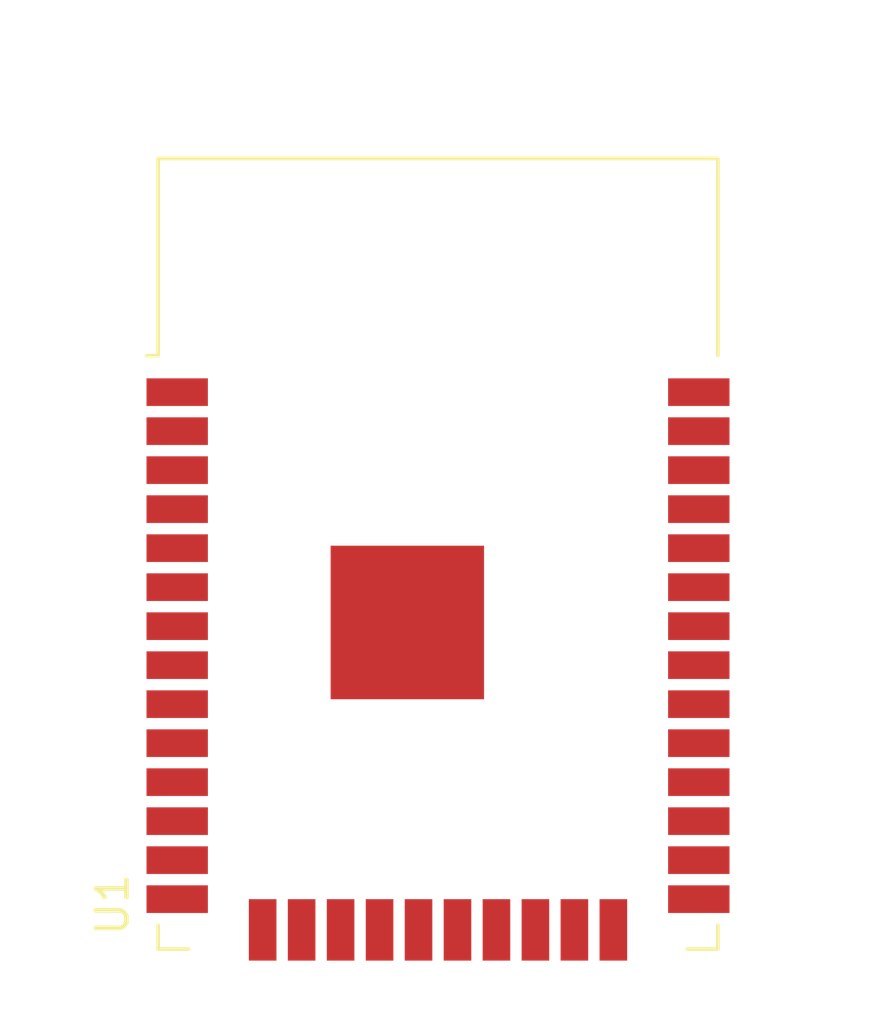
<source format=kicad_pcb>
(kicad_pcb (version 20171130) (host pcbnew "(5.1.6)-1")

  (general
    (thickness 1.6)
    (drawings 0)
    (tracks 0)
    (zones 0)
    (modules 1)
    (nets 37)
  )

  (page A4)
  (layers
    (0 F.Cu signal)
    (31 B.Cu signal)
    (32 B.Adhes user)
    (33 F.Adhes user)
    (34 B.Paste user)
    (35 F.Paste user)
    (36 B.SilkS user)
    (37 F.SilkS user)
    (38 B.Mask user)
    (39 F.Mask user)
    (40 Dwgs.User user)
    (41 Cmts.User user)
    (42 Eco1.User user)
    (43 Eco2.User user)
    (44 Edge.Cuts user)
    (45 Margin user)
    (46 B.CrtYd user)
    (47 F.CrtYd user)
    (48 B.Fab user)
    (49 F.Fab user)
  )

  (setup
    (last_trace_width 0.25)
    (trace_clearance 0.2)
    (zone_clearance 0.508)
    (zone_45_only no)
    (trace_min 0.2)
    (via_size 0.8)
    (via_drill 0.4)
    (via_min_size 0.4)
    (via_min_drill 0.3)
    (uvia_size 0.3)
    (uvia_drill 0.1)
    (uvias_allowed no)
    (uvia_min_size 0.2)
    (uvia_min_drill 0.1)
    (edge_width 0.05)
    (segment_width 0.2)
    (pcb_text_width 0.3)
    (pcb_text_size 1.5 1.5)
    (mod_edge_width 0.12)
    (mod_text_size 1 1)
    (mod_text_width 0.15)
    (pad_size 1.524 1.524)
    (pad_drill 0.762)
    (pad_to_mask_clearance 0.05)
    (aux_axis_origin 0 0)
    (visible_elements FFFFFF7F)
    (pcbplotparams
      (layerselection 0x010fc_ffffffff)
      (usegerberextensions false)
      (usegerberattributes true)
      (usegerberadvancedattributes true)
      (creategerberjobfile true)
      (excludeedgelayer true)
      (linewidth 0.100000)
      (plotframeref false)
      (viasonmask false)
      (mode 1)
      (useauxorigin false)
      (hpglpennumber 1)
      (hpglpenspeed 20)
      (hpglpendiameter 15.000000)
      (psnegative false)
      (psa4output false)
      (plotreference true)
      (plotvalue true)
      (plotinvisibletext false)
      (padsonsilk false)
      (subtractmaskfromsilk false)
      (outputformat 1)
      (mirror false)
      (drillshape 1)
      (scaleselection 1)
      (outputdirectory ""))
  )

  (net 0 "")
  (net 1 "Net-(U1-Pad1)")
  (net 2 "Net-(U1-Pad37)")
  (net 3 "Net-(U1-Pad36)")
  (net 4 "Net-(U1-Pad35)")
  (net 5 "Net-(U1-Pad34)")
  (net 6 "Net-(U1-Pad33)")
  (net 7 "Net-(U1-Pad32)")
  (net 8 "Net-(U1-Pad31)")
  (net 9 "Net-(U1-Pad30)")
  (net 10 "Net-(U1-Pad29)")
  (net 11 "Net-(U1-Pad28)")
  (net 12 "Net-(U1-Pad27)")
  (net 13 "Net-(U1-Pad26)")
  (net 14 "Net-(U1-Pad25)")
  (net 15 "Net-(U1-Pad24)")
  (net 16 "Net-(U1-Pad23)")
  (net 17 "Net-(U1-Pad22)")
  (net 18 "Net-(U1-Pad21)")
  (net 19 "Net-(U1-Pad20)")
  (net 20 "Net-(U1-Pad19)")
  (net 21 "Net-(U1-Pad18)")
  (net 22 "Net-(U1-Pad17)")
  (net 23 "Net-(U1-Pad16)")
  (net 24 "Net-(U1-Pad14)")
  (net 25 "Net-(U1-Pad13)")
  (net 26 "Net-(U1-Pad12)")
  (net 27 "Net-(U1-Pad11)")
  (net 28 "Net-(U1-Pad10)")
  (net 29 "Net-(U1-Pad9)")
  (net 30 "Net-(U1-Pad8)")
  (net 31 "Net-(U1-Pad7)")
  (net 32 "Net-(U1-Pad6)")
  (net 33 "Net-(U1-Pad5)")
  (net 34 "Net-(U1-Pad4)")
  (net 35 "Net-(U1-Pad3)")
  (net 36 "Net-(U1-Pad2)")

  (net_class Default "This is the default net class."
    (clearance 0.2)
    (trace_width 0.25)
    (via_dia 0.8)
    (via_drill 0.4)
    (uvia_dia 0.3)
    (uvia_drill 0.1)
    (add_net "Net-(U1-Pad1)")
    (add_net "Net-(U1-Pad10)")
    (add_net "Net-(U1-Pad11)")
    (add_net "Net-(U1-Pad12)")
    (add_net "Net-(U1-Pad13)")
    (add_net "Net-(U1-Pad14)")
    (add_net "Net-(U1-Pad16)")
    (add_net "Net-(U1-Pad17)")
    (add_net "Net-(U1-Pad18)")
    (add_net "Net-(U1-Pad19)")
    (add_net "Net-(U1-Pad2)")
    (add_net "Net-(U1-Pad20)")
    (add_net "Net-(U1-Pad21)")
    (add_net "Net-(U1-Pad22)")
    (add_net "Net-(U1-Pad23)")
    (add_net "Net-(U1-Pad24)")
    (add_net "Net-(U1-Pad25)")
    (add_net "Net-(U1-Pad26)")
    (add_net "Net-(U1-Pad27)")
    (add_net "Net-(U1-Pad28)")
    (add_net "Net-(U1-Pad29)")
    (add_net "Net-(U1-Pad3)")
    (add_net "Net-(U1-Pad30)")
    (add_net "Net-(U1-Pad31)")
    (add_net "Net-(U1-Pad32)")
    (add_net "Net-(U1-Pad33)")
    (add_net "Net-(U1-Pad34)")
    (add_net "Net-(U1-Pad35)")
    (add_net "Net-(U1-Pad36)")
    (add_net "Net-(U1-Pad37)")
    (add_net "Net-(U1-Pad4)")
    (add_net "Net-(U1-Pad5)")
    (add_net "Net-(U1-Pad6)")
    (add_net "Net-(U1-Pad7)")
    (add_net "Net-(U1-Pad8)")
    (add_net "Net-(U1-Pad9)")
  )

  (module RF_Module:ESP32-WROOM-32 (layer F.Cu) (tedit 5B5B4654) (tstamp 5F2146E5)
    (at 112.25 121.75)
    (descr "Single 2.4 GHz Wi-Fi and Bluetooth combo chip https://www.espressif.com/sites/default/files/documentation/esp32-wroom-32_datasheet_en.pdf")
    (tags "Single 2.4 GHz Wi-Fi and Bluetooth combo  chip")
    (path /5F201BE9)
    (attr smd)
    (fp_text reference U1 (at -10.61 8.43 90) (layer F.SilkS)
      (effects (font (size 1 1) (thickness 0.15)))
    )
    (fp_text value ESP32-WROOM-32 (at 0 11.5) (layer F.Fab)
      (effects (font (size 1 1) (thickness 0.15)))
    )
    (fp_text user "5 mm" (at 7.8 -19.075 90) (layer Cmts.User)
      (effects (font (size 0.5 0.5) (thickness 0.1)))
    )
    (fp_text user "5 mm" (at -11.2 -14.375) (layer Cmts.User)
      (effects (font (size 0.5 0.5) (thickness 0.1)))
    )
    (fp_text user "5 mm" (at 11.8 -14.375) (layer Cmts.User)
      (effects (font (size 0.5 0.5) (thickness 0.1)))
    )
    (fp_text user Antenna (at 0 -13) (layer Cmts.User)
      (effects (font (size 1 1) (thickness 0.15)))
    )
    (fp_text user "KEEP-OUT ZONE" (at 0 -19) (layer Cmts.User)
      (effects (font (size 1 1) (thickness 0.15)))
    )
    (fp_text user %R (at 0 0) (layer F.Fab)
      (effects (font (size 1 1) (thickness 0.15)))
    )
    (fp_line (start -14 -9.97) (end -14 -20.75) (layer Dwgs.User) (width 0.1))
    (fp_line (start 9 9.76) (end 9 -15.745) (layer F.Fab) (width 0.1))
    (fp_line (start -9 9.76) (end 9 9.76) (layer F.Fab) (width 0.1))
    (fp_line (start -9 -15.745) (end -9 -10.02) (layer F.Fab) (width 0.1))
    (fp_line (start -9 -15.745) (end 9 -15.745) (layer F.Fab) (width 0.1))
    (fp_line (start -9.75 10.5) (end -9.75 -9.72) (layer F.CrtYd) (width 0.05))
    (fp_line (start -9.75 10.5) (end 9.75 10.5) (layer F.CrtYd) (width 0.05))
    (fp_line (start 9.75 -9.72) (end 9.75 10.5) (layer F.CrtYd) (width 0.05))
    (fp_line (start -14.25 -21) (end 14.25 -21) (layer F.CrtYd) (width 0.05))
    (fp_line (start -9 -9.02) (end -9 9.76) (layer F.Fab) (width 0.1))
    (fp_line (start -8.5 -9.52) (end -9 -10.02) (layer F.Fab) (width 0.1))
    (fp_line (start -9 -9.02) (end -8.5 -9.52) (layer F.Fab) (width 0.1))
    (fp_line (start 14 -9.97) (end -14 -9.97) (layer Dwgs.User) (width 0.1))
    (fp_line (start 14 -9.97) (end 14 -20.75) (layer Dwgs.User) (width 0.1))
    (fp_line (start 14 -20.75) (end -14 -20.75) (layer Dwgs.User) (width 0.1))
    (fp_line (start -14.25 -21) (end -14.25 -9.72) (layer F.CrtYd) (width 0.05))
    (fp_line (start 14.25 -21) (end 14.25 -9.72) (layer F.CrtYd) (width 0.05))
    (fp_line (start -14.25 -9.72) (end -9.75 -9.72) (layer F.CrtYd) (width 0.05))
    (fp_line (start 9.75 -9.72) (end 14.25 -9.72) (layer F.CrtYd) (width 0.05))
    (fp_line (start -12.525 -20.75) (end -14 -19.66) (layer Dwgs.User) (width 0.1))
    (fp_line (start -10.525 -20.75) (end -14 -18.045) (layer Dwgs.User) (width 0.1))
    (fp_line (start -8.525 -20.75) (end -14 -16.43) (layer Dwgs.User) (width 0.1))
    (fp_line (start -6.525 -20.75) (end -14 -14.815) (layer Dwgs.User) (width 0.1))
    (fp_line (start -4.525 -20.75) (end -14 -13.2) (layer Dwgs.User) (width 0.1))
    (fp_line (start -2.525 -20.75) (end -14 -11.585) (layer Dwgs.User) (width 0.1))
    (fp_line (start -0.525 -20.75) (end -14 -9.97) (layer Dwgs.User) (width 0.1))
    (fp_line (start 1.475 -20.75) (end -12 -9.97) (layer Dwgs.User) (width 0.1))
    (fp_line (start 3.475 -20.75) (end -10 -9.97) (layer Dwgs.User) (width 0.1))
    (fp_line (start -8 -9.97) (end 5.475 -20.75) (layer Dwgs.User) (width 0.1))
    (fp_line (start 7.475 -20.75) (end -6 -9.97) (layer Dwgs.User) (width 0.1))
    (fp_line (start 9.475 -20.75) (end -4 -9.97) (layer Dwgs.User) (width 0.1))
    (fp_line (start 11.475 -20.75) (end -2 -9.97) (layer Dwgs.User) (width 0.1))
    (fp_line (start 13.475 -20.75) (end 0 -9.97) (layer Dwgs.User) (width 0.1))
    (fp_line (start 14 -19.66) (end 2 -9.97) (layer Dwgs.User) (width 0.1))
    (fp_line (start 14 -18.045) (end 4 -9.97) (layer Dwgs.User) (width 0.1))
    (fp_line (start 14 -16.43) (end 6 -9.97) (layer Dwgs.User) (width 0.1))
    (fp_line (start 14 -14.815) (end 8 -9.97) (layer Dwgs.User) (width 0.1))
    (fp_line (start 14 -13.2) (end 10 -9.97) (layer Dwgs.User) (width 0.1))
    (fp_line (start 14 -11.585) (end 12 -9.97) (layer Dwgs.User) (width 0.1))
    (fp_line (start 9.2 -13.875) (end 13.8 -13.875) (layer Cmts.User) (width 0.1))
    (fp_line (start 13.8 -13.875) (end 13.6 -14.075) (layer Cmts.User) (width 0.1))
    (fp_line (start 13.8 -13.875) (end 13.6 -13.675) (layer Cmts.User) (width 0.1))
    (fp_line (start 9.2 -13.875) (end 9.4 -14.075) (layer Cmts.User) (width 0.1))
    (fp_line (start 9.2 -13.875) (end 9.4 -13.675) (layer Cmts.User) (width 0.1))
    (fp_line (start -13.8 -13.875) (end -13.6 -14.075) (layer Cmts.User) (width 0.1))
    (fp_line (start -13.8 -13.875) (end -13.6 -13.675) (layer Cmts.User) (width 0.1))
    (fp_line (start -9.2 -13.875) (end -9.4 -13.675) (layer Cmts.User) (width 0.1))
    (fp_line (start -13.8 -13.875) (end -9.2 -13.875) (layer Cmts.User) (width 0.1))
    (fp_line (start -9.2 -13.875) (end -9.4 -14.075) (layer Cmts.User) (width 0.1))
    (fp_line (start 8.4 -16) (end 8.2 -16.2) (layer Cmts.User) (width 0.1))
    (fp_line (start 8.4 -16) (end 8.6 -16.2) (layer Cmts.User) (width 0.1))
    (fp_line (start 8.4 -20.6) (end 8.6 -20.4) (layer Cmts.User) (width 0.1))
    (fp_line (start 8.4 -16) (end 8.4 -20.6) (layer Cmts.User) (width 0.1))
    (fp_line (start 8.4 -20.6) (end 8.2 -20.4) (layer Cmts.User) (width 0.1))
    (fp_line (start -9.12 9.1) (end -9.12 9.88) (layer F.SilkS) (width 0.12))
    (fp_line (start -9.12 9.88) (end -8.12 9.88) (layer F.SilkS) (width 0.12))
    (fp_line (start 9.12 9.1) (end 9.12 9.88) (layer F.SilkS) (width 0.12))
    (fp_line (start 9.12 9.88) (end 8.12 9.88) (layer F.SilkS) (width 0.12))
    (fp_line (start -9.12 -15.865) (end 9.12 -15.865) (layer F.SilkS) (width 0.12))
    (fp_line (start 9.12 -15.865) (end 9.12 -9.445) (layer F.SilkS) (width 0.12))
    (fp_line (start -9.12 -15.865) (end -9.12 -9.445) (layer F.SilkS) (width 0.12))
    (fp_line (start -9.12 -9.445) (end -9.5 -9.445) (layer F.SilkS) (width 0.12))
    (pad 38 smd rect (at 8.5 -8.255) (size 2 0.9) (layers F.Cu F.Paste F.Mask)
      (net 1 "Net-(U1-Pad1)"))
    (pad 37 smd rect (at 8.5 -6.985) (size 2 0.9) (layers F.Cu F.Paste F.Mask)
      (net 2 "Net-(U1-Pad37)"))
    (pad 36 smd rect (at 8.5 -5.715) (size 2 0.9) (layers F.Cu F.Paste F.Mask)
      (net 3 "Net-(U1-Pad36)"))
    (pad 35 smd rect (at 8.5 -4.445) (size 2 0.9) (layers F.Cu F.Paste F.Mask)
      (net 4 "Net-(U1-Pad35)"))
    (pad 34 smd rect (at 8.5 -3.175) (size 2 0.9) (layers F.Cu F.Paste F.Mask)
      (net 5 "Net-(U1-Pad34)"))
    (pad 33 smd rect (at 8.5 -1.905) (size 2 0.9) (layers F.Cu F.Paste F.Mask)
      (net 6 "Net-(U1-Pad33)"))
    (pad 32 smd rect (at 8.5 -0.635) (size 2 0.9) (layers F.Cu F.Paste F.Mask)
      (net 7 "Net-(U1-Pad32)"))
    (pad 31 smd rect (at 8.5 0.635) (size 2 0.9) (layers F.Cu F.Paste F.Mask)
      (net 8 "Net-(U1-Pad31)"))
    (pad 30 smd rect (at 8.5 1.905) (size 2 0.9) (layers F.Cu F.Paste F.Mask)
      (net 9 "Net-(U1-Pad30)"))
    (pad 29 smd rect (at 8.5 3.175) (size 2 0.9) (layers F.Cu F.Paste F.Mask)
      (net 10 "Net-(U1-Pad29)"))
    (pad 28 smd rect (at 8.5 4.445) (size 2 0.9) (layers F.Cu F.Paste F.Mask)
      (net 11 "Net-(U1-Pad28)"))
    (pad 27 smd rect (at 8.5 5.715) (size 2 0.9) (layers F.Cu F.Paste F.Mask)
      (net 12 "Net-(U1-Pad27)"))
    (pad 26 smd rect (at 8.5 6.985) (size 2 0.9) (layers F.Cu F.Paste F.Mask)
      (net 13 "Net-(U1-Pad26)"))
    (pad 25 smd rect (at 8.5 8.255) (size 2 0.9) (layers F.Cu F.Paste F.Mask)
      (net 14 "Net-(U1-Pad25)"))
    (pad 24 smd rect (at 5.715 9.255 90) (size 2 0.9) (layers F.Cu F.Paste F.Mask)
      (net 15 "Net-(U1-Pad24)"))
    (pad 23 smd rect (at 4.445 9.255 90) (size 2 0.9) (layers F.Cu F.Paste F.Mask)
      (net 16 "Net-(U1-Pad23)"))
    (pad 22 smd rect (at 3.175 9.255 90) (size 2 0.9) (layers F.Cu F.Paste F.Mask)
      (net 17 "Net-(U1-Pad22)"))
    (pad 21 smd rect (at 1.905 9.255 90) (size 2 0.9) (layers F.Cu F.Paste F.Mask)
      (net 18 "Net-(U1-Pad21)"))
    (pad 20 smd rect (at 0.635 9.255 90) (size 2 0.9) (layers F.Cu F.Paste F.Mask)
      (net 19 "Net-(U1-Pad20)"))
    (pad 19 smd rect (at -0.635 9.255 90) (size 2 0.9) (layers F.Cu F.Paste F.Mask)
      (net 20 "Net-(U1-Pad19)"))
    (pad 18 smd rect (at -1.905 9.255 90) (size 2 0.9) (layers F.Cu F.Paste F.Mask)
      (net 21 "Net-(U1-Pad18)"))
    (pad 17 smd rect (at -3.175 9.255 90) (size 2 0.9) (layers F.Cu F.Paste F.Mask)
      (net 22 "Net-(U1-Pad17)"))
    (pad 16 smd rect (at -4.445 9.255 90) (size 2 0.9) (layers F.Cu F.Paste F.Mask)
      (net 23 "Net-(U1-Pad16)"))
    (pad 15 smd rect (at -5.715 9.255 90) (size 2 0.9) (layers F.Cu F.Paste F.Mask)
      (net 1 "Net-(U1-Pad1)"))
    (pad 14 smd rect (at -8.5 8.255) (size 2 0.9) (layers F.Cu F.Paste F.Mask)
      (net 24 "Net-(U1-Pad14)"))
    (pad 13 smd rect (at -8.5 6.985) (size 2 0.9) (layers F.Cu F.Paste F.Mask)
      (net 25 "Net-(U1-Pad13)"))
    (pad 12 smd rect (at -8.5 5.715) (size 2 0.9) (layers F.Cu F.Paste F.Mask)
      (net 26 "Net-(U1-Pad12)"))
    (pad 11 smd rect (at -8.5 4.445) (size 2 0.9) (layers F.Cu F.Paste F.Mask)
      (net 27 "Net-(U1-Pad11)"))
    (pad 10 smd rect (at -8.5 3.175) (size 2 0.9) (layers F.Cu F.Paste F.Mask)
      (net 28 "Net-(U1-Pad10)"))
    (pad 9 smd rect (at -8.5 1.905) (size 2 0.9) (layers F.Cu F.Paste F.Mask)
      (net 29 "Net-(U1-Pad9)"))
    (pad 8 smd rect (at -8.5 0.635) (size 2 0.9) (layers F.Cu F.Paste F.Mask)
      (net 30 "Net-(U1-Pad8)"))
    (pad 7 smd rect (at -8.5 -0.635) (size 2 0.9) (layers F.Cu F.Paste F.Mask)
      (net 31 "Net-(U1-Pad7)"))
    (pad 6 smd rect (at -8.5 -1.905) (size 2 0.9) (layers F.Cu F.Paste F.Mask)
      (net 32 "Net-(U1-Pad6)"))
    (pad 5 smd rect (at -8.5 -3.175) (size 2 0.9) (layers F.Cu F.Paste F.Mask)
      (net 33 "Net-(U1-Pad5)"))
    (pad 4 smd rect (at -8.5 -4.445) (size 2 0.9) (layers F.Cu F.Paste F.Mask)
      (net 34 "Net-(U1-Pad4)"))
    (pad 3 smd rect (at -8.5 -5.715) (size 2 0.9) (layers F.Cu F.Paste F.Mask)
      (net 35 "Net-(U1-Pad3)"))
    (pad 2 smd rect (at -8.5 -6.985) (size 2 0.9) (layers F.Cu F.Paste F.Mask)
      (net 36 "Net-(U1-Pad2)"))
    (pad 1 smd rect (at -8.5 -8.255) (size 2 0.9) (layers F.Cu F.Paste F.Mask)
      (net 1 "Net-(U1-Pad1)"))
    (pad 39 smd rect (at -1 -0.755) (size 5 5) (layers F.Cu F.Paste F.Mask)
      (net 1 "Net-(U1-Pad1)"))
    (model ${KISYS3DMOD}/RF_Module.3dshapes/ESP32-WROOM-32.wrl
      (at (xyz 0 0 0))
      (scale (xyz 1 1 1))
      (rotate (xyz 0 0 0))
    )
  )

)

</source>
